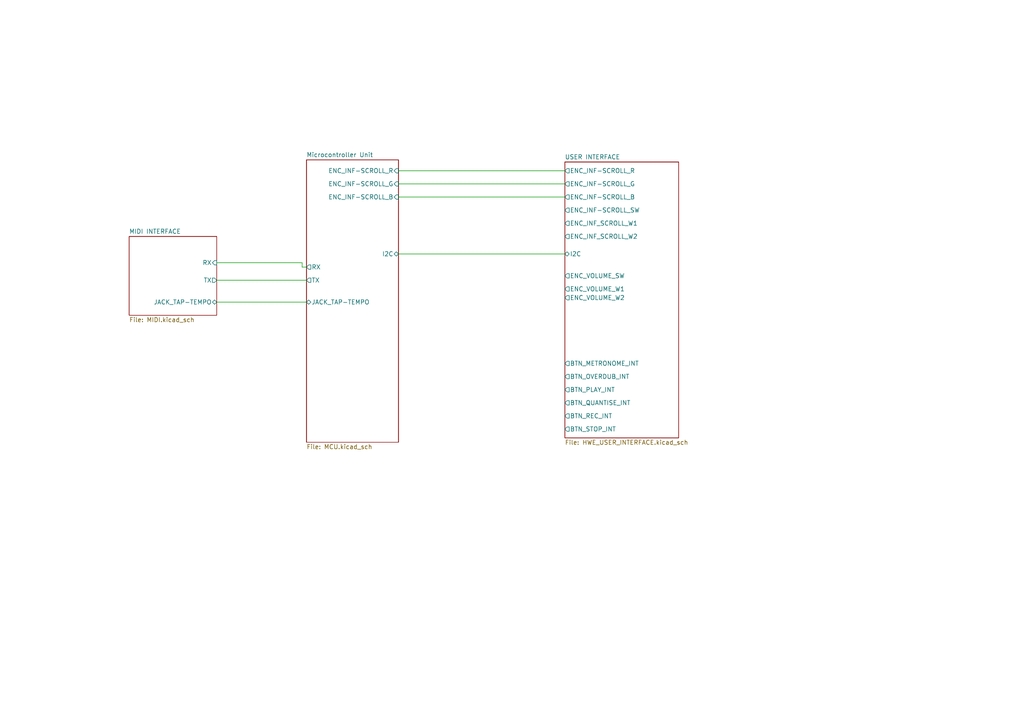
<source format=kicad_sch>
(kicad_sch
	(version 20250114)
	(generator "eeschema")
	(generator_version "9.0")
	(uuid "4f4cdf46-015d-4b38-9cc1-de7a767260f6")
	(paper "A4")
	(lib_symbols)
	(wire
		(pts
			(xy 62.865 87.63) (xy 88.9 87.63)
		)
		(stroke
			(width 0)
			(type default)
		)
		(uuid "15036664-47a8-41e8-b83b-21ad044b5959")
	)
	(wire
		(pts
			(xy 87.63 77.47) (xy 88.9 77.47)
		)
		(stroke
			(width 0)
			(type default)
		)
		(uuid "25f5f561-8dd1-4d5a-8311-7e457df4af5d")
	)
	(wire
		(pts
			(xy 87.63 77.47) (xy 87.63 76.2)
		)
		(stroke
			(width 0)
			(type default)
		)
		(uuid "5f2a298d-d46a-483a-9c1a-31b61a54bed6")
	)
	(wire
		(pts
			(xy 115.57 73.66) (xy 163.83 73.66)
		)
		(stroke
			(width 0)
			(type default)
		)
		(uuid "65d5bfda-a868-4536-beef-d971d45f540e")
	)
	(wire
		(pts
			(xy 87.63 76.2) (xy 62.865 76.2)
		)
		(stroke
			(width 0)
			(type default)
		)
		(uuid "8c81b14d-b1de-4369-9476-5473a11b45dd")
	)
	(wire
		(pts
			(xy 115.57 53.34) (xy 163.83 53.34)
		)
		(stroke
			(width 0)
			(type default)
		)
		(uuid "b5c67887-7887-4402-bac7-09c65f14b2c0")
	)
	(wire
		(pts
			(xy 115.57 49.53) (xy 163.83 49.53)
		)
		(stroke
			(width 0)
			(type default)
		)
		(uuid "d2dcd38c-b04d-4ecd-8627-d0dfaeaa65dd")
	)
	(wire
		(pts
			(xy 115.57 57.15) (xy 163.83 57.15)
		)
		(stroke
			(width 0)
			(type default)
		)
		(uuid "e4e58836-7bf8-4574-b38d-29414341449c")
	)
	(wire
		(pts
			(xy 62.865 81.28) (xy 88.9 81.28)
		)
		(stroke
			(width 0)
			(type default)
		)
		(uuid "f53f19bd-f25d-4ed0-8ec0-ad31b91d8659")
	)
	(sheet
		(at 37.465 68.58)
		(size 25.4 22.86)
		(exclude_from_sim no)
		(in_bom yes)
		(on_board yes)
		(dnp no)
		(fields_autoplaced yes)
		(stroke
			(width 0.1524)
			(type solid)
		)
		(fill
			(color 0 0 0 0.0000)
		)
		(uuid "1cf1d960-9678-42ca-8223-9c2d1c27161c")
		(property "Sheetname" "MIDI INTERFACE"
			(at 37.465 67.8684 0)
			(effects
				(font
					(size 1.27 1.27)
				)
				(justify left bottom)
			)
		)
		(property "Sheetfile" "MIDI.kicad_sch"
			(at 37.465 92.0246 0)
			(effects
				(font
					(size 1.27 1.27)
				)
				(justify left top)
			)
		)
		(pin "RX" input
			(at 62.865 76.2 0)
			(uuid "821d1e58-268a-4d4e-88ea-b8a5f63601d3")
			(effects
				(font
					(size 1.27 1.27)
				)
				(justify right)
			)
		)
		(pin "TX" output
			(at 62.865 81.28 0)
			(uuid "f91470e7-8746-484c-a6c7-b953c2c6fe58")
			(effects
				(font
					(size 1.27 1.27)
				)
				(justify right)
			)
		)
		(pin "JACK_TAP-TEMPO" bidirectional
			(at 62.865 87.63 0)
			(uuid "15d13672-8cf4-45ca-8bfc-06c17e058aff")
			(effects
				(font
					(size 1.27 1.27)
				)
				(justify right)
			)
		)
		(instances
			(project "10032025_01_[HWE] Simple Transport Midi Controller"
				(path "/4f4cdf46-015d-4b38-9cc1-de7a767260f6"
					(page "3")
				)
			)
		)
	)
	(sheet
		(at 88.9 46.355)
		(size 26.67 81.915)
		(exclude_from_sim no)
		(in_bom yes)
		(on_board yes)
		(dnp no)
		(fields_autoplaced yes)
		(stroke
			(width 0.1524)
			(type solid)
		)
		(fill
			(color 0 0 0 0.0000)
		)
		(uuid "701e2ee7-1555-4be3-8e0c-a769d2df25b2")
		(property "Sheetname" "Microcontroller Unit"
			(at 88.9 45.6434 0)
			(effects
				(font
					(size 1.27 1.27)
				)
				(justify left bottom)
			)
		)
		(property "Sheetfile" "MCU.kicad_sch"
			(at 88.9 128.8546 0)
			(effects
				(font
					(size 1.27 1.27)
				)
				(justify left top)
			)
		)
		(pin "I2C" bidirectional
			(at 115.57 73.66 0)
			(uuid "4f960385-554c-4703-af09-3bdbfc186dcd")
			(effects
				(font
					(size 1.27 1.27)
				)
				(justify right)
			)
		)
		(pin "RX" output
			(at 88.9 77.47 180)
			(uuid "2685597f-40f0-4ae0-8ee4-85060f65c411")
			(effects
				(font
					(size 1.27 1.27)
				)
				(justify left)
			)
		)
		(pin "TX" output
			(at 88.9 81.28 180)
			(uuid "c0c31556-2d5a-4cbb-bd56-f2b7e92e783d")
			(effects
				(font
					(size 1.27 1.27)
				)
				(justify left)
			)
		)
		(pin "ENC_INF-SCROLL_B" input
			(at 115.57 57.15 0)
			(uuid "5c2cccab-425f-46fd-bc5b-c5ebdf5fb304")
			(effects
				(font
					(size 1.27 1.27)
				)
				(justify right)
			)
		)
		(pin "ENC_INF-SCROLL_G" input
			(at 115.57 53.34 0)
			(uuid "f4a53ee4-b527-42f1-aed2-403b388dd5c4")
			(effects
				(font
					(size 1.27 1.27)
				)
				(justify right)
			)
		)
		(pin "ENC_INF-SCROLL_R" input
			(at 115.57 49.53 0)
			(uuid "333f37d6-1fda-4450-8025-87a11a451dc8")
			(effects
				(font
					(size 1.27 1.27)
				)
				(justify right)
			)
		)
		(pin "JACK_TAP-TEMPO" bidirectional
			(at 88.9 87.63 180)
			(uuid "e0b1b34f-dd1c-4969-b18a-443aba2550ef")
			(effects
				(font
					(size 1.27 1.27)
				)
				(justify left)
			)
		)
		(instances
			(project "10032025_01_[HWE] Simple Transport Midi Controller"
				(path "/4f4cdf46-015d-4b38-9cc1-de7a767260f6"
					(page "2")
				)
			)
		)
	)
	(sheet
		(at 163.83 46.99)
		(size 33.02 80.01)
		(exclude_from_sim no)
		(in_bom yes)
		(on_board yes)
		(dnp no)
		(fields_autoplaced yes)
		(stroke
			(width 0.1524)
			(type solid)
		)
		(fill
			(color 0 0 0 0.0000)
		)
		(uuid "96b58b50-e06e-4f86-ba39-1d02b5cd5477")
		(property "Sheetname" "USER INTERFACE"
			(at 163.83 46.2784 0)
			(effects
				(font
					(size 1.27 1.27)
				)
				(justify left bottom)
			)
		)
		(property "Sheetfile" "HWE_USER_INTERFACE.kicad_sch"
			(at 163.83 127.5846 0)
			(effects
				(font
					(size 1.27 1.27)
				)
				(justify left top)
			)
		)
		(pin "I2C" bidirectional
			(at 163.83 73.66 180)
			(uuid "02ecdab3-bdf1-45fa-a029-f76aab914b98")
			(effects
				(font
					(size 1.27 1.27)
				)
				(justify left)
			)
		)
		(pin "BTN_METRONOME_INT" output
			(at 163.83 105.41 180)
			(uuid "d4e0df81-9f83-4b37-b7b7-01e8d6ff37aa")
			(effects
				(font
					(size 1.27 1.27)
				)
				(justify left)
			)
		)
		(pin "BTN_OVERDUB_INT" output
			(at 163.83 109.22 180)
			(uuid "5106603e-8ae3-4add-b7d0-83cf21026e14")
			(effects
				(font
					(size 1.27 1.27)
				)
				(justify left)
			)
		)
		(pin "BTN_PLAY_INT" output
			(at 163.83 113.03 180)
			(uuid "2b664af7-0e56-4766-988e-7b130f9f520b")
			(effects
				(font
					(size 1.27 1.27)
				)
				(justify left)
			)
		)
		(pin "BTN_QUANTISE_INT" output
			(at 163.83 116.84 180)
			(uuid "2f3ac159-3ae2-4437-9f1c-4d03dd51292f")
			(effects
				(font
					(size 1.27 1.27)
				)
				(justify left)
			)
		)
		(pin "BTN_REC_INT" output
			(at 163.83 120.65 180)
			(uuid "9522cad9-54d3-462e-ab0a-17de3237c4f2")
			(effects
				(font
					(size 1.27 1.27)
				)
				(justify left)
			)
		)
		(pin "BTN_STOP_INT" output
			(at 163.83 124.46 180)
			(uuid "b93a085d-a23b-448e-8d3f-09f3732af810")
			(effects
				(font
					(size 1.27 1.27)
				)
				(justify left)
			)
		)
		(pin "ENC_INF-SCROLL_B" output
			(at 163.83 57.15 180)
			(uuid "4cf8a153-d70e-41e6-9158-327a9d79c1d1")
			(effects
				(font
					(size 1.27 1.27)
				)
				(justify left)
			)
		)
		(pin "ENC_INF-SCROLL_G" output
			(at 163.83 53.34 180)
			(uuid "50e212c2-c861-4eec-8545-d294f4190466")
			(effects
				(font
					(size 1.27 1.27)
				)
				(justify left)
			)
		)
		(pin "ENC_INF-SCROLL_R" output
			(at 163.83 49.53 180)
			(uuid "cdc520df-1164-4624-86d1-c40b45129c64")
			(effects
				(font
					(size 1.27 1.27)
				)
				(justify left)
			)
		)
		(pin "ENC_INF-SCROLL_SW" output
			(at 163.83 60.96 180)
			(uuid "b9ce7d61-9512-4e4f-8e2f-3adb64a9ee05")
			(effects
				(font
					(size 1.27 1.27)
				)
				(justify left)
			)
		)
		(pin "ENC_INF_SCROLL_W1" output
			(at 163.83 64.77 180)
			(uuid "7a6e126e-0d0f-4440-a637-818a9e899e65")
			(effects
				(font
					(size 1.27 1.27)
				)
				(justify left)
			)
		)
		(pin "ENC_INF_SCROLL_W2" output
			(at 163.83 68.58 180)
			(uuid "048e95bd-ba28-4bc8-8dcb-4131ab1e4fef")
			(effects
				(font
					(size 1.27 1.27)
				)
				(justify left)
			)
		)
		(pin "ENC_VOLUME_SW" output
			(at 163.83 80.01 180)
			(uuid "a36acddb-df19-4b2c-a54a-4bd97c6c33bf")
			(effects
				(font
					(size 1.27 1.27)
				)
				(justify left)
			)
		)
		(pin "ENC_VOLUME_W1" output
			(at 163.83 83.82 180)
			(uuid "fc62422d-2f66-41fa-9899-ed6ad6b73f0a")
			(effects
				(font
					(size 1.27 1.27)
				)
				(justify left)
			)
		)
		(pin "ENC_VOLUME_W2" output
			(at 163.83 86.36 180)
			(uuid "58397e04-2a1f-4e74-a4c7-d138fad2bfd0")
			(effects
				(font
					(size 1.27 1.27)
				)
				(justify left)
			)
		)
		(instances
			(project "10032025_01_[HWE] Simple Transport Midi Controller"
				(path "/4f4cdf46-015d-4b38-9cc1-de7a767260f6"
					(page "4")
				)
			)
		)
	)
	(sheet_instances
		(path "/"
			(page "1")
		)
	)
	(embedded_fonts no)
)

</source>
